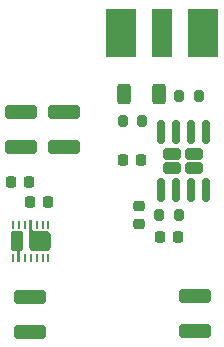
<source format=gbr>
%TF.GenerationSoftware,KiCad,Pcbnew,(6.0.7)*%
%TF.CreationDate,2023-05-12T13:37:48+02:00*%
%TF.ProjectId,SFH203_photodetector,53464832-3033-45f7-9068-6f746f646574,2.2*%
%TF.SameCoordinates,Original*%
%TF.FileFunction,Paste,Top*%
%TF.FilePolarity,Positive*%
%FSLAX46Y46*%
G04 Gerber Fmt 4.6, Leading zero omitted, Abs format (unit mm)*
G04 Created by KiCad (PCBNEW (6.0.7)) date 2023-05-12 13:37:48*
%MOMM*%
%LPD*%
G01*
G04 APERTURE LIST*
G04 Aperture macros list*
%AMRoundRect*
0 Rectangle with rounded corners*
0 $1 Rounding radius*
0 $2 $3 $4 $5 $6 $7 $8 $9 X,Y pos of 4 corners*
0 Add a 4 corners polygon primitive as box body*
4,1,4,$2,$3,$4,$5,$6,$7,$8,$9,$2,$3,0*
0 Add four circle primitives for the rounded corners*
1,1,$1+$1,$2,$3*
1,1,$1+$1,$4,$5*
1,1,$1+$1,$6,$7*
1,1,$1+$1,$8,$9*
0 Add four rect primitives between the rounded corners*
20,1,$1+$1,$2,$3,$4,$5,0*
20,1,$1+$1,$4,$5,$6,$7,0*
20,1,$1+$1,$6,$7,$8,$9,0*
20,1,$1+$1,$8,$9,$2,$3,0*%
%AMFreePoly0*
4,1,38,0.670671,0.870970,0.751777,0.816777,0.805970,0.735671,0.825000,0.640000,0.825000,-0.640000,0.805970,-0.735671,0.751777,-0.816777,0.670671,-0.870970,0.575000,-0.890000,-0.780000,-0.890000,-0.880000,-0.915000,-1.750000,-0.915000,-1.750000,-0.665000,-1.075500,-0.665000,-1.075436,-0.664844,-1.075387,-0.664683,-1.075364,-0.664671,-1.075354,-0.664646,-1.075199,-0.664582,-1.075050,-0.664502,
-1.025101,-0.659508,-0.977199,-0.644539,-0.935281,-0.621584,-0.897355,-0.590644,-0.866421,-0.551727,-0.844465,-0.510809,-0.830492,-0.463901,-0.825497,-0.414950,-0.825420,-0.414807,-0.825354,-0.414646,-0.825329,-0.414636,-0.825316,-0.414612,-0.825157,-0.414565,-0.825000,-0.414500,-0.825000,0.640000,-0.575000,0.890000,0.575000,0.890000,0.670671,0.870970,0.670671,0.870970,$1*%
%AMFreePoly1*
4,1,25,0.670671,0.515970,0.751777,0.461777,0.805970,0.380671,0.825000,0.285000,0.825000,0.270000,1.750000,0.270000,1.750000,0.020000,0.825000,0.020000,0.825000,-0.285000,0.805970,-0.380671,0.751777,-0.461777,0.670671,-0.515970,0.575000,-0.535000,-0.575000,-0.535000,-0.670671,-0.515970,-0.751777,-0.461777,-0.805970,-0.380671,-0.825000,-0.285000,-0.825000,0.285000,-0.805970,0.380671,
-0.751777,0.461777,-0.670671,0.515970,-0.575000,0.535000,0.575000,0.535000,0.670671,0.515970,0.670671,0.515970,$1*%
G04 Aperture macros list end*
%ADD10RoundRect,0.225000X-0.225000X-0.250000X0.225000X-0.250000X0.225000X0.250000X-0.225000X0.250000X0*%
%ADD11RoundRect,0.250000X1.100000X-0.325000X1.100000X0.325000X-1.100000X0.325000X-1.100000X-0.325000X0*%
%ADD12RoundRect,0.225000X0.225000X0.250000X-0.225000X0.250000X-0.225000X-0.250000X0.225000X-0.250000X0*%
%ADD13RoundRect,0.200000X0.200000X0.275000X-0.200000X0.275000X-0.200000X-0.275000X0.200000X-0.275000X0*%
%ADD14RoundRect,0.250000X-0.312500X-0.625000X0.312500X-0.625000X0.312500X0.625000X-0.312500X0.625000X0*%
%ADD15R,0.250000X0.700000*%
%ADD16FreePoly0,270.000000*%
%ADD17FreePoly1,270.000000*%
%ADD18RoundRect,0.225000X0.250000X-0.225000X0.250000X0.225000X-0.250000X0.225000X-0.250000X-0.225000X0*%
%ADD19RoundRect,0.250000X-1.100000X0.325000X-1.100000X-0.325000X1.100000X-0.325000X1.100000X0.325000X0*%
%ADD20R,1.780000X4.190000*%
%ADD21R,2.665000X4.190000*%
%ADD22RoundRect,0.242500X0.527500X-0.242500X0.527500X0.242500X-0.527500X0.242500X-0.527500X-0.242500X0*%
%ADD23RoundRect,0.150000X0.150000X-0.825000X0.150000X0.825000X-0.150000X0.825000X-0.150000X-0.825000X0*%
%ADD24RoundRect,0.200000X-0.200000X-0.275000X0.200000X-0.275000X0.200000X0.275000X-0.200000X0.275000X0*%
G04 APERTURE END LIST*
D10*
%TO.C,C3*%
X201025000Y-110400000D03*
X202575000Y-110400000D03*
%TD*%
%TO.C,C4*%
X197925000Y-103900000D03*
X199475000Y-103900000D03*
%TD*%
D11*
%TO.C,C8*%
X192900000Y-102800000D03*
X192900000Y-99850000D03*
%TD*%
D12*
%TO.C,C7*%
X189975000Y-105800000D03*
X188425000Y-105800000D03*
%TD*%
D13*
%TO.C,R3*%
X204325000Y-98500000D03*
X202675000Y-98500000D03*
%TD*%
D14*
%TO.C,R4*%
X198037500Y-98300000D03*
X200962500Y-98300000D03*
%TD*%
D15*
%TO.C,U2*%
X191600000Y-109400000D03*
X191100000Y-109400000D03*
X190600000Y-109400000D03*
D16*
X190890000Y-110800000D03*
D15*
X189600000Y-109400000D03*
X189100000Y-109400000D03*
X188600000Y-109400000D03*
X188600000Y-112200000D03*
D17*
X188955000Y-110800000D03*
D15*
X189600000Y-112200000D03*
X190100000Y-112200000D03*
X190600000Y-112200000D03*
X191100000Y-112200000D03*
X191600000Y-112200000D03*
%TD*%
D18*
%TO.C,C5*%
X199300000Y-109375000D03*
X199300000Y-107825000D03*
%TD*%
D19*
%TO.C,C1*%
X204000000Y-115437500D03*
X204000000Y-118387500D03*
%TD*%
D20*
%TO.C,J4*%
X201200000Y-93135000D03*
D21*
X197707500Y-93135000D03*
X204692500Y-93135000D03*
%TD*%
D22*
%TO.C,U1*%
X202050000Y-103400000D03*
X203950000Y-104600000D03*
X202050000Y-104600000D03*
X203950000Y-103400000D03*
D23*
X201095000Y-106475000D03*
X202365000Y-106475000D03*
X203635000Y-106475000D03*
X204905000Y-106475000D03*
X204905000Y-101525000D03*
X203635000Y-101525000D03*
X202365000Y-101525000D03*
X201095000Y-101525000D03*
%TD*%
D13*
%TO.C,R2*%
X199525000Y-100600000D03*
X197875000Y-100600000D03*
%TD*%
D12*
%TO.C,C6*%
X191575000Y-107500000D03*
X190025000Y-107500000D03*
%TD*%
D24*
%TO.C,R1*%
X200975000Y-108600000D03*
X202625000Y-108600000D03*
%TD*%
D19*
%TO.C,C9*%
X189300000Y-99850000D03*
X189300000Y-102800000D03*
%TD*%
D11*
%TO.C,C2*%
X190000000Y-118475000D03*
X190000000Y-115525000D03*
%TD*%
M02*

</source>
